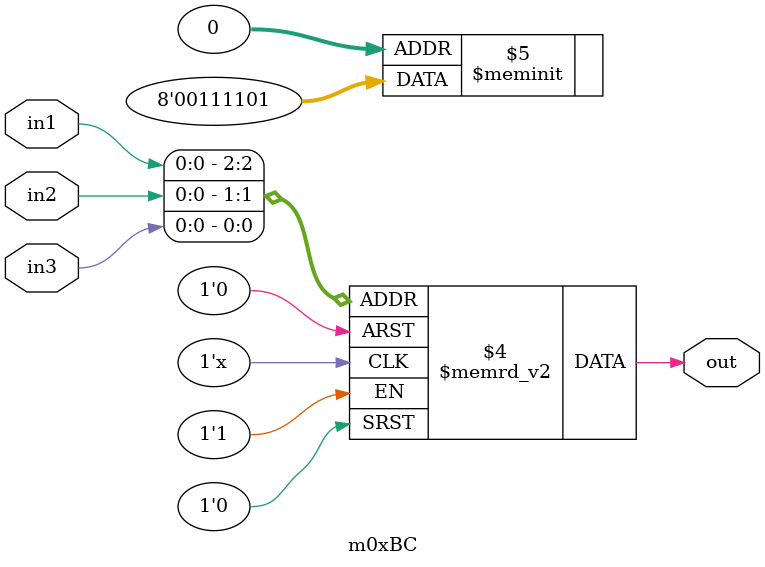
<source format=v>
module m0xBC(output out, input in1, in2, in3);

   always @(in1, in2, in3)
     begin
        case({in1, in2, in3})
          3'b000: {out} = 1'b1;
          3'b001: {out} = 1'b0;
          3'b010: {out} = 1'b1;
          3'b011: {out} = 1'b1;
          3'b100: {out} = 1'b1;
          3'b101: {out} = 1'b1;
          3'b110: {out} = 1'b0;
          3'b111: {out} = 1'b0;
        endcase // case ({in1, in2, in3})
     end // always @ (in1, in2, in3)

endmodule // m0xBC
</source>
